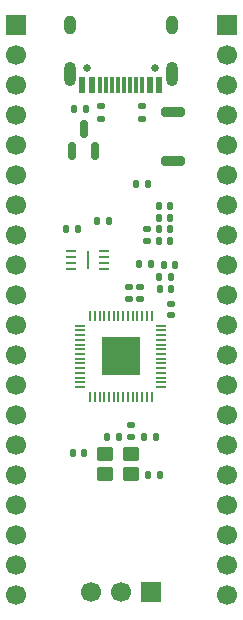
<source format=gbr>
%TF.GenerationSoftware,KiCad,Pcbnew,9.0.7*%
%TF.CreationDate,2026-01-26T20:35:49+05:30*%
%TF.ProjectId,Devboard,44657662-6f61-4726-942e-6b696361645f,rev?*%
%TF.SameCoordinates,Original*%
%TF.FileFunction,Soldermask,Top*%
%TF.FilePolarity,Negative*%
%FSLAX46Y46*%
G04 Gerber Fmt 4.6, Leading zero omitted, Abs format (unit mm)*
G04 Created by KiCad (PCBNEW 9.0.7) date 2026-01-26 20:35:49*
%MOMM*%
%LPD*%
G01*
G04 APERTURE LIST*
G04 Aperture macros list*
%AMRoundRect*
0 Rectangle with rounded corners*
0 $1 Rounding radius*
0 $2 $3 $4 $5 $6 $7 $8 $9 X,Y pos of 4 corners*
0 Add a 4 corners polygon primitive as box body*
4,1,4,$2,$3,$4,$5,$6,$7,$8,$9,$2,$3,0*
0 Add four circle primitives for the rounded corners*
1,1,$1+$1,$2,$3*
1,1,$1+$1,$4,$5*
1,1,$1+$1,$6,$7*
1,1,$1+$1,$8,$9*
0 Add four rect primitives between the rounded corners*
20,1,$1+$1,$2,$3,$4,$5,0*
20,1,$1+$1,$4,$5,$6,$7,0*
20,1,$1+$1,$6,$7,$8,$9,0*
20,1,$1+$1,$8,$9,$2,$3,0*%
G04 Aperture macros list end*
%ADD10C,1.700000*%
%ADD11R,1.700000X1.700000*%
%ADD12RoundRect,0.140000X0.170000X-0.140000X0.170000X0.140000X-0.170000X0.140000X-0.170000X-0.140000X0*%
%ADD13RoundRect,0.140000X-0.140000X-0.170000X0.140000X-0.170000X0.140000X0.170000X-0.140000X0.170000X0*%
%ADD14RoundRect,0.140000X0.140000X0.170000X-0.140000X0.170000X-0.140000X-0.170000X0.140000X-0.170000X0*%
%ADD15RoundRect,0.135000X0.135000X0.185000X-0.135000X0.185000X-0.135000X-0.185000X0.135000X-0.185000X0*%
%ADD16RoundRect,0.135000X-0.185000X0.135000X-0.185000X-0.135000X0.185000X-0.135000X0.185000X0.135000X0*%
%ADD17RoundRect,0.135000X-0.135000X-0.185000X0.135000X-0.185000X0.135000X0.185000X-0.135000X0.185000X0*%
%ADD18RoundRect,0.062500X-0.387500X-0.062500X0.387500X-0.062500X0.387500X0.062500X-0.387500X0.062500X0*%
%ADD19R,0.200000X1.600000*%
%ADD20C,0.650000*%
%ADD21R,0.600000X1.450000*%
%ADD22R,0.300000X1.450000*%
%ADD23O,1.000000X2.100000*%
%ADD24O,1.000000X1.600000*%
%ADD25RoundRect,0.200000X-0.800000X0.200000X-0.800000X-0.200000X0.800000X-0.200000X0.800000X0.200000X0*%
%ADD26RoundRect,0.140000X-0.170000X0.140000X-0.170000X-0.140000X0.170000X-0.140000X0.170000X0.140000X0*%
%ADD27RoundRect,0.150000X0.150000X-0.587500X0.150000X0.587500X-0.150000X0.587500X-0.150000X-0.587500X0*%
%ADD28RoundRect,0.250000X-0.450000X-0.350000X0.450000X-0.350000X0.450000X0.350000X-0.450000X0.350000X0*%
%ADD29RoundRect,0.050000X-0.387500X-0.050000X0.387500X-0.050000X0.387500X0.050000X-0.387500X0.050000X0*%
%ADD30RoundRect,0.050000X-0.050000X-0.387500X0.050000X-0.387500X0.050000X0.387500X-0.050000X0.387500X0*%
%ADD31R,3.200000X3.200000*%
G04 APERTURE END LIST*
D10*
%TO.C,J2*%
X57360000Y-70450000D03*
X57360000Y-67910000D03*
X57360000Y-65370000D03*
X57360000Y-62830000D03*
X57360000Y-60290000D03*
X57360000Y-57750000D03*
X57360000Y-55210000D03*
X57360000Y-52670000D03*
X57360000Y-50130000D03*
X57360000Y-47590000D03*
X57360000Y-45050000D03*
X57360000Y-42510000D03*
X57360000Y-39970000D03*
X57360000Y-37430000D03*
X57360000Y-34890000D03*
X57360000Y-32350000D03*
X57360000Y-29810000D03*
X57360000Y-27270000D03*
X57360000Y-24730000D03*
D11*
X57360000Y-22190000D03*
%TD*%
D10*
%TO.C,J3*%
X75250000Y-70470000D03*
X75250000Y-67930000D03*
X75250000Y-65390000D03*
X75250000Y-62850000D03*
X75250000Y-60310000D03*
X75250000Y-57770000D03*
X75250000Y-55230000D03*
X75250000Y-52690000D03*
X75250000Y-50150000D03*
X75250000Y-47610000D03*
X75250000Y-45070000D03*
X75250000Y-42530000D03*
X75250000Y-39990000D03*
X75250000Y-37450000D03*
X75250000Y-34910000D03*
X75250000Y-32370000D03*
X75250000Y-29830000D03*
X75250000Y-27290000D03*
X75250000Y-24750000D03*
D11*
X75250000Y-22210000D03*
%TD*%
D12*
%TO.C,C14*%
X70500000Y-46740000D03*
X70500000Y-45780000D03*
%TD*%
D13*
%TO.C,C13*%
X62320000Y-29300000D03*
X63280000Y-29300000D03*
%TD*%
D14*
%TO.C,C9*%
X68780000Y-42400000D03*
X67820000Y-42400000D03*
%TD*%
D13*
%TO.C,C16*%
X68590000Y-60330000D03*
X69550000Y-60330000D03*
%TD*%
D14*
%TO.C,C5*%
X70830000Y-42550000D03*
X69870000Y-42550000D03*
%TD*%
%TO.C,C7*%
X70420000Y-40470000D03*
X69460000Y-40470000D03*
%TD*%
%TO.C,C11*%
X70420000Y-39470000D03*
X69460000Y-39470000D03*
%TD*%
D15*
%TO.C,R6*%
X62655000Y-39497500D03*
X61635000Y-39497500D03*
%TD*%
D16*
%TO.C,R1*%
X68000000Y-29090000D03*
X68000000Y-30110000D03*
%TD*%
%TO.C,R4*%
X67900000Y-44400000D03*
X67900000Y-45420000D03*
%TD*%
D13*
%TO.C,C3*%
X69560000Y-44570000D03*
X70520000Y-44570000D03*
%TD*%
D17*
%TO.C,R7*%
X64265000Y-38777500D03*
X65285000Y-38777500D03*
%TD*%
D13*
%TO.C,C10*%
X69460000Y-38500000D03*
X70420000Y-38500000D03*
%TD*%
D18*
%TO.C,U3*%
X62015000Y-41350000D03*
X62015000Y-41850000D03*
X62015000Y-42350000D03*
X62015000Y-42850000D03*
X64865000Y-42850000D03*
X64865000Y-42350000D03*
X64865000Y-41850000D03*
X64865000Y-41350000D03*
D19*
X63440000Y-42100000D03*
%TD*%
D20*
%TO.C,J1*%
X69140000Y-25850000D03*
X63360000Y-25850000D03*
D21*
X69500000Y-27295000D03*
X68700000Y-27295000D03*
D22*
X67500000Y-27295000D03*
X66500000Y-27295000D03*
X66000000Y-27295000D03*
X65000000Y-27295000D03*
D21*
X63800000Y-27295000D03*
X63000000Y-27295000D03*
X63000000Y-27295000D03*
X63800000Y-27295000D03*
D22*
X64500000Y-27295000D03*
X65500000Y-27295000D03*
X67000000Y-27295000D03*
X68000000Y-27295000D03*
D21*
X68700000Y-27295000D03*
X69500000Y-27295000D03*
D23*
X70570000Y-26380000D03*
D24*
X70570000Y-22200000D03*
D23*
X61930000Y-26380000D03*
D24*
X61930000Y-22200000D03*
%TD*%
D13*
%TO.C,C1*%
X69520000Y-43500000D03*
X70480000Y-43500000D03*
%TD*%
D14*
%TO.C,C15*%
X63140000Y-58400000D03*
X62180000Y-58400000D03*
%TD*%
D25*
%TO.C,SW1*%
X70640000Y-29540000D03*
X70640000Y-33740000D03*
%TD*%
D16*
%TO.C,R2*%
X64600000Y-29090000D03*
X64600000Y-30110000D03*
%TD*%
D26*
%TO.C,C8*%
X67130000Y-56080000D03*
X67130000Y-57040000D03*
%TD*%
D16*
%TO.C,R3*%
X66950000Y-44390000D03*
X66950000Y-45410000D03*
%TD*%
D27*
%TO.C,U4*%
X62150000Y-32875000D03*
X64050000Y-32875000D03*
X63100000Y-31000000D03*
%TD*%
D13*
%TO.C,C4*%
X67550000Y-35630000D03*
X68510000Y-35630000D03*
%TD*%
D28*
%TO.C,Y1*%
X64900000Y-60200000D03*
X67100000Y-60200000D03*
X67100000Y-58500000D03*
X64900000Y-58500000D03*
%TD*%
D13*
%TO.C,C6*%
X69450000Y-37500000D03*
X70410000Y-37500000D03*
%TD*%
%TO.C,C2*%
X68240000Y-57060000D03*
X69200000Y-57060000D03*
%TD*%
D29*
%TO.C,U1*%
X62812500Y-47650000D03*
X62812500Y-48050000D03*
X62812500Y-48450000D03*
X62812500Y-48850000D03*
X62812500Y-49250000D03*
X62812500Y-49650000D03*
X62812500Y-50050000D03*
X62812500Y-50450000D03*
X62812500Y-50850000D03*
X62812500Y-51250000D03*
X62812500Y-51650000D03*
X62812500Y-52050000D03*
X62812500Y-52450000D03*
X62812500Y-52850000D03*
D30*
X63650000Y-53687500D03*
X64050000Y-53687500D03*
X64450000Y-53687500D03*
X64850000Y-53687500D03*
X65250000Y-53687500D03*
X65650000Y-53687500D03*
X66050000Y-53687500D03*
X66450000Y-53687500D03*
X66850000Y-53687500D03*
X67250000Y-53687500D03*
X67650000Y-53687500D03*
X68050000Y-53687500D03*
X68450000Y-53687500D03*
X68850000Y-53687500D03*
D29*
X69687500Y-52850000D03*
X69687500Y-52450000D03*
X69687500Y-52050000D03*
X69687500Y-51650000D03*
X69687500Y-51250000D03*
X69687500Y-50850000D03*
X69687500Y-50450000D03*
X69687500Y-50050000D03*
X69687500Y-49650000D03*
X69687500Y-49250000D03*
X69687500Y-48850000D03*
X69687500Y-48450000D03*
X69687500Y-48050000D03*
X69687500Y-47650000D03*
D30*
X68850000Y-46812500D03*
X68450000Y-46812500D03*
X68050000Y-46812500D03*
X67650000Y-46812500D03*
X67250000Y-46812500D03*
X66850000Y-46812500D03*
X66450000Y-46812500D03*
X66050000Y-46812500D03*
X65650000Y-46812500D03*
X65250000Y-46812500D03*
X64850000Y-46812500D03*
X64450000Y-46812500D03*
X64050000Y-46812500D03*
X63650000Y-46812500D03*
D31*
X66250000Y-50250000D03*
%TD*%
D17*
%TO.C,R5*%
X65100000Y-57040000D03*
X66120000Y-57040000D03*
%TD*%
D12*
%TO.C,C17*%
X68500000Y-40440000D03*
X68500000Y-39480000D03*
%TD*%
D11*
%TO.C,J4*%
X68780000Y-70200000D03*
D10*
X66240000Y-70200000D03*
X63700000Y-70200000D03*
%TD*%
M02*

</source>
